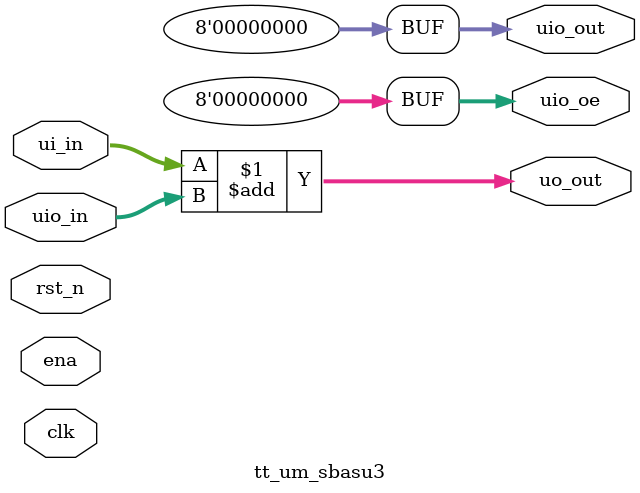
<source format=v>
module tt_um_sbasu3(	// file.cleaned.mlir:2:3
  input  [7:0] ui_in,	// file.cleaned.mlir:2:30
               uio_in,	// file.cleaned.mlir:2:46
  input        ena,	// file.cleaned.mlir:2:63
               clk,	// file.cleaned.mlir:2:77
               rst_n,	// file.cleaned.mlir:2:91
  output [7:0] uo_out,	// file.cleaned.mlir:2:108
               uio_out,	// file.cleaned.mlir:2:125
               uio_oe	// file.cleaned.mlir:2:143
);

  assign uo_out = ui_in + uio_in;	// file.cleaned.mlir:4:10, :5:5
  assign uio_out = 8'h0;	// file.cleaned.mlir:3:14, :5:5
  assign uio_oe = 8'h0;	// file.cleaned.mlir:3:14, :5:5
endmodule


</source>
